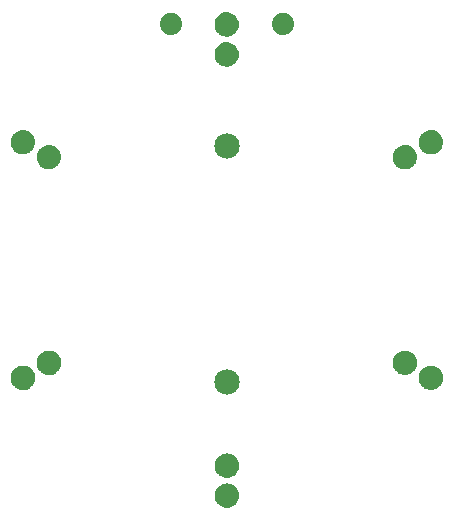
<source format=gbs>
G75*
%MOIN*%
%OFA0B0*%
%FSLAX25Y25*%
%IPPOS*%
%LPD*%
%AMOC8*
5,1,8,0,0,1.08239X$1,22.5*
%
%ADD10C,0.00500*%
%ADD11C,0.08477*%
%ADD12C,0.07400*%
D10*
X0017266Y0057340D02*
X0017950Y0057093D01*
X0018670Y0056984D01*
X0019396Y0057018D01*
X0020102Y0057192D01*
X0020761Y0057501D01*
X0021353Y0057916D01*
X0021854Y0058439D01*
X0022242Y0059049D01*
X0022505Y0059723D01*
X0022630Y0060436D01*
X0022614Y0061159D01*
X0022458Y0061865D01*
X0022166Y0062528D01*
X0021795Y0063075D01*
X0021334Y0063550D01*
X0020797Y0063937D01*
X0020202Y0064225D01*
X0019565Y0064406D01*
X0018907Y0064473D01*
X0018247Y0064425D01*
X0017606Y0064263D01*
X0017002Y0063992D01*
X0016465Y0063606D01*
X0016002Y0063133D01*
X0015629Y0062586D01*
X0015357Y0061984D01*
X0015193Y0061343D01*
X0015144Y0060683D01*
X0015209Y0060025D01*
X0015388Y0059388D01*
X0015675Y0058792D01*
X0016106Y0058206D01*
X0016644Y0057716D01*
X0017266Y0057340D01*
X0017128Y0057424D02*
X0020595Y0057424D01*
X0021359Y0057922D02*
X0016417Y0057922D01*
X0015948Y0058421D02*
X0021836Y0058421D01*
X0022160Y0058919D02*
X0015613Y0058919D01*
X0015379Y0059418D02*
X0022386Y0059418D01*
X0022539Y0059916D02*
X0015239Y0059916D01*
X0015170Y0060415D02*
X0022627Y0060415D01*
X0022620Y0060913D02*
X0015161Y0060913D01*
X0015211Y0061412D02*
X0022558Y0061412D01*
X0022438Y0061910D02*
X0015338Y0061910D01*
X0015549Y0062409D02*
X0022218Y0062409D01*
X0021908Y0062907D02*
X0015848Y0062907D01*
X0016269Y0063406D02*
X0021473Y0063406D01*
X0020842Y0063904D02*
X0016880Y0063904D01*
X0018160Y0064403D02*
X0019575Y0064403D01*
X0023869Y0065025D02*
X0023804Y0065683D01*
X0023854Y0066343D01*
X0024017Y0066984D01*
X0024290Y0067586D01*
X0024663Y0068133D01*
X0025125Y0068606D01*
X0025662Y0068992D01*
X0026266Y0069263D01*
X0026907Y0069425D01*
X0027567Y0069473D01*
X0028225Y0069406D01*
X0028862Y0069225D01*
X0029457Y0068937D01*
X0029994Y0068550D01*
X0030455Y0068075D01*
X0030826Y0067528D01*
X0031118Y0066865D01*
X0031275Y0066159D01*
X0031291Y0065436D01*
X0031165Y0064723D01*
X0030903Y0064049D01*
X0030514Y0063439D01*
X0030014Y0062916D01*
X0029421Y0062501D01*
X0028762Y0062192D01*
X0028056Y0062018D01*
X0027330Y0061984D01*
X0026611Y0062093D01*
X0025927Y0062340D01*
X0025304Y0062716D01*
X0024766Y0063206D01*
X0024335Y0063792D01*
X0024048Y0064388D01*
X0023869Y0065025D01*
X0023904Y0064901D02*
X0031196Y0064901D01*
X0031284Y0065400D02*
X0023832Y0065400D01*
X0023820Y0065899D02*
X0031280Y0065899D01*
X0031222Y0066397D02*
X0023867Y0066397D01*
X0023995Y0066896D02*
X0031105Y0066896D01*
X0030885Y0067394D02*
X0024203Y0067394D01*
X0024498Y0067893D02*
X0030579Y0067893D01*
X0030148Y0068391D02*
X0024915Y0068391D01*
X0025519Y0068890D02*
X0029523Y0068890D01*
X0028287Y0069388D02*
X0026762Y0069388D01*
X0024044Y0064403D02*
X0031040Y0064403D01*
X0030811Y0063904D02*
X0024281Y0063904D01*
X0024619Y0063406D02*
X0030482Y0063406D01*
X0030001Y0062907D02*
X0025094Y0062907D01*
X0025813Y0062409D02*
X0029224Y0062409D01*
X0083615Y0033382D02*
X0083327Y0032787D01*
X0083146Y0032150D01*
X0083079Y0031492D01*
X0083144Y0030834D01*
X0083323Y0030197D01*
X0083610Y0029601D01*
X0083996Y0029063D01*
X0084469Y0028601D01*
X0085015Y0028228D01*
X0085618Y0027956D01*
X0086259Y0027792D01*
X0086919Y0027743D01*
X0087642Y0027823D01*
X0088335Y0028044D01*
X0088972Y0028395D01*
X0089528Y0028864D01*
X0089982Y0029433D01*
X0090316Y0030078D01*
X0090518Y0030777D01*
X0090579Y0031502D01*
X0090516Y0032223D01*
X0090314Y0032917D01*
X0089980Y0033559D01*
X0089527Y0034123D01*
X0088973Y0034588D01*
X0088338Y0034936D01*
X0087648Y0035154D01*
X0086929Y0035232D01*
X0086269Y0035184D01*
X0085628Y0035022D01*
X0085024Y0034751D01*
X0084477Y0034380D01*
X0084002Y0033919D01*
X0083615Y0033382D01*
X0083696Y0033495D02*
X0090013Y0033495D01*
X0090273Y0032997D02*
X0083428Y0032997D01*
X0083245Y0032498D02*
X0090436Y0032498D01*
X0090536Y0032000D02*
X0083131Y0032000D01*
X0083080Y0031501D02*
X0090579Y0031501D01*
X0090537Y0031003D02*
X0083128Y0031003D01*
X0083237Y0030504D02*
X0090439Y0030504D01*
X0090278Y0030006D02*
X0083415Y0030006D01*
X0083677Y0029507D02*
X0090020Y0029507D01*
X0089643Y0029009D02*
X0084052Y0029009D01*
X0084602Y0028510D02*
X0089108Y0028510D01*
X0088234Y0028012D02*
X0085495Y0028012D01*
X0086269Y0025184D02*
X0086929Y0025232D01*
X0087648Y0025154D01*
X0088338Y0024936D01*
X0088973Y0024588D01*
X0089527Y0024123D01*
X0089980Y0023559D01*
X0090314Y0022917D01*
X0090516Y0022223D01*
X0090579Y0021502D01*
X0090518Y0020777D01*
X0090316Y0020078D01*
X0089982Y0019433D01*
X0089528Y0018864D01*
X0088972Y0018395D01*
X0088335Y0018044D01*
X0087642Y0017823D01*
X0086919Y0017743D01*
X0086259Y0017792D01*
X0085618Y0017956D01*
X0085015Y0018228D01*
X0084469Y0018601D01*
X0083996Y0019063D01*
X0083610Y0019601D01*
X0083323Y0020197D01*
X0083144Y0020834D01*
X0083079Y0021492D01*
X0083146Y0022150D01*
X0083327Y0022787D01*
X0083615Y0023382D01*
X0084002Y0023919D01*
X0084477Y0024380D01*
X0085024Y0024751D01*
X0085628Y0025022D01*
X0086269Y0025184D01*
X0085624Y0025021D02*
X0088071Y0025021D01*
X0089052Y0024522D02*
X0084686Y0024522D01*
X0084110Y0024024D02*
X0089607Y0024024D01*
X0089998Y0023525D02*
X0083718Y0023525D01*
X0083443Y0023027D02*
X0090257Y0023027D01*
X0090427Y0022528D02*
X0083253Y0022528D01*
X0083134Y0022030D02*
X0090533Y0022030D01*
X0090577Y0021531D02*
X0083083Y0021531D01*
X0083125Y0021032D02*
X0090539Y0021032D01*
X0090447Y0020534D02*
X0083228Y0020534D01*
X0083401Y0020035D02*
X0090294Y0020035D01*
X0090036Y0019537D02*
X0083656Y0019537D01*
X0084021Y0019038D02*
X0089667Y0019038D01*
X0089143Y0018540D02*
X0084559Y0018540D01*
X0085429Y0018041D02*
X0088327Y0018041D01*
X0089631Y0033994D02*
X0084079Y0033994D01*
X0084643Y0034492D02*
X0089087Y0034492D01*
X0088165Y0034991D02*
X0085558Y0034991D01*
X0142916Y0063925D02*
X0142645Y0064529D01*
X0142484Y0065170D01*
X0142435Y0065830D01*
X0142503Y0066488D01*
X0142683Y0067125D01*
X0142971Y0067720D01*
X0143399Y0068304D01*
X0143932Y0068793D01*
X0144551Y0069168D01*
X0145231Y0069416D01*
X0145946Y0069526D01*
X0146669Y0069494D01*
X0147371Y0069322D01*
X0148027Y0069016D01*
X0148624Y0068601D01*
X0149128Y0068076D01*
X0149520Y0067464D01*
X0149786Y0066787D01*
X0149914Y0066071D01*
X0149900Y0065344D01*
X0149744Y0064633D01*
X0149453Y0063967D01*
X0149080Y0063420D01*
X0148618Y0062947D01*
X0148080Y0062561D01*
X0147484Y0062274D01*
X0146847Y0062095D01*
X0146189Y0062030D01*
X0145529Y0062080D01*
X0144888Y0062243D01*
X0144285Y0062516D01*
X0143749Y0062903D01*
X0143288Y0063378D01*
X0142916Y0063925D01*
X0142930Y0063904D02*
X0149410Y0063904D01*
X0149643Y0064403D02*
X0142702Y0064403D01*
X0142551Y0064901D02*
X0149803Y0064901D01*
X0149901Y0065400D02*
X0142467Y0065400D01*
X0142442Y0065899D02*
X0149910Y0065899D01*
X0149855Y0066397D02*
X0142493Y0066397D01*
X0142618Y0066896D02*
X0149743Y0066896D01*
X0149548Y0067394D02*
X0142813Y0067394D01*
X0143098Y0067893D02*
X0149246Y0067893D01*
X0148825Y0068391D02*
X0143494Y0068391D01*
X0144092Y0068890D02*
X0148209Y0068890D01*
X0147102Y0069388D02*
X0145155Y0069388D01*
X0143269Y0063406D02*
X0149066Y0063406D01*
X0148563Y0062907D02*
X0143745Y0062907D01*
X0144522Y0062409D02*
X0147764Y0062409D01*
X0151163Y0061488D02*
X0151343Y0062125D01*
X0151632Y0062720D01*
X0152059Y0063304D01*
X0152593Y0063793D01*
X0153211Y0064168D01*
X0153891Y0064416D01*
X0154606Y0064526D01*
X0155329Y0064494D01*
X0156032Y0064322D01*
X0156687Y0064016D01*
X0157284Y0063601D01*
X0157788Y0063076D01*
X0158181Y0062464D01*
X0158446Y0061787D01*
X0158574Y0061071D01*
X0158560Y0060344D01*
X0158404Y0059633D01*
X0158113Y0058967D01*
X0157740Y0058420D01*
X0157278Y0057947D01*
X0156741Y0057561D01*
X0156144Y0057274D01*
X0155507Y0057095D01*
X0154849Y0057030D01*
X0154189Y0057080D01*
X0153548Y0057243D01*
X0152946Y0057516D01*
X0152409Y0057903D01*
X0151948Y0058378D01*
X0151577Y0058925D01*
X0151306Y0059529D01*
X0151144Y0060170D01*
X0151096Y0060830D01*
X0151163Y0061488D01*
X0151155Y0061412D02*
X0158513Y0061412D01*
X0158571Y0060913D02*
X0151104Y0060913D01*
X0151126Y0060415D02*
X0158561Y0060415D01*
X0158466Y0059916D02*
X0151208Y0059916D01*
X0151356Y0059418D02*
X0158310Y0059418D01*
X0158081Y0058919D02*
X0151581Y0058919D01*
X0151919Y0058421D02*
X0157740Y0058421D01*
X0157244Y0057922D02*
X0152391Y0057922D01*
X0153149Y0057424D02*
X0156455Y0057424D01*
X0158397Y0061910D02*
X0151283Y0061910D01*
X0151481Y0062409D02*
X0158202Y0062409D01*
X0157897Y0062907D02*
X0151769Y0062907D01*
X0152171Y0063406D02*
X0157471Y0063406D01*
X0156848Y0063904D02*
X0152777Y0063904D01*
X0153856Y0064403D02*
X0155701Y0064403D01*
X0146791Y0130607D02*
X0146131Y0130559D01*
X0145473Y0130626D01*
X0144836Y0130806D01*
X0144240Y0131095D01*
X0143704Y0131482D01*
X0143243Y0131956D01*
X0142871Y0132504D01*
X0142580Y0133166D01*
X0142423Y0133872D01*
X0142407Y0134596D01*
X0142533Y0135308D01*
X0142795Y0135982D01*
X0143184Y0136593D01*
X0143684Y0137115D01*
X0144277Y0137530D01*
X0144935Y0137839D01*
X0145641Y0138014D01*
X0146368Y0138047D01*
X0147087Y0137938D01*
X0147771Y0137691D01*
X0148394Y0137315D01*
X0148931Y0136825D01*
X0149363Y0136240D01*
X0149650Y0135644D01*
X0149829Y0135007D01*
X0149894Y0134349D01*
X0149844Y0133689D01*
X0149681Y0133048D01*
X0149408Y0132445D01*
X0149035Y0131899D01*
X0148573Y0131425D01*
X0148036Y0131039D01*
X0147432Y0130769D01*
X0146791Y0130607D01*
X0147180Y0130705D02*
X0145193Y0130705D01*
X0144090Y0131203D02*
X0148264Y0131203D01*
X0148843Y0131702D02*
X0143490Y0131702D01*
X0143077Y0132201D02*
X0149241Y0132201D01*
X0149523Y0132699D02*
X0142786Y0132699D01*
X0142573Y0133198D02*
X0149719Y0133198D01*
X0149845Y0133696D02*
X0142462Y0133696D01*
X0142416Y0134195D02*
X0149883Y0134195D01*
X0149860Y0134693D02*
X0142425Y0134693D01*
X0142512Y0135192D02*
X0149777Y0135192D01*
X0149627Y0135690D02*
X0142682Y0135690D01*
X0142927Y0136189D02*
X0149388Y0136189D01*
X0149033Y0136687D02*
X0143274Y0136687D01*
X0143785Y0137186D02*
X0148536Y0137186D01*
X0147783Y0137684D02*
X0144605Y0137684D01*
X0151084Y0138872D02*
X0151068Y0139596D01*
X0151193Y0140308D01*
X0151455Y0140982D01*
X0151844Y0141593D01*
X0152345Y0142115D01*
X0152937Y0142530D01*
X0153596Y0142839D01*
X0154302Y0143014D01*
X0155028Y0143047D01*
X0155747Y0142938D01*
X0156431Y0142691D01*
X0157054Y0142315D01*
X0157592Y0141825D01*
X0158023Y0141240D01*
X0158310Y0140644D01*
X0158489Y0140007D01*
X0158554Y0139349D01*
X0158505Y0138689D01*
X0158341Y0138048D01*
X0158069Y0137445D01*
X0157696Y0136899D01*
X0157233Y0136425D01*
X0156696Y0136039D01*
X0156092Y0135769D01*
X0155451Y0135607D01*
X0154791Y0135559D01*
X0154133Y0135626D01*
X0153496Y0135806D01*
X0152901Y0136095D01*
X0152364Y0136482D01*
X0151903Y0136956D01*
X0151532Y0137504D01*
X0151240Y0138166D01*
X0151084Y0138872D01*
X0151126Y0138681D02*
X0158503Y0138681D01*
X0158542Y0139180D02*
X0151077Y0139180D01*
X0151082Y0139678D02*
X0158522Y0139678D01*
X0158441Y0140177D02*
X0151170Y0140177D01*
X0151336Y0140675D02*
X0158295Y0140675D01*
X0158055Y0141174D02*
X0151577Y0141174D01*
X0151920Y0141672D02*
X0157705Y0141672D01*
X0157213Y0142171D02*
X0152424Y0142171D01*
X0153234Y0142669D02*
X0156468Y0142669D01*
X0158375Y0138183D02*
X0151237Y0138183D01*
X0151452Y0137684D02*
X0158177Y0137684D01*
X0157892Y0137186D02*
X0151748Y0137186D01*
X0152165Y0136687D02*
X0157489Y0136687D01*
X0156904Y0136189D02*
X0152770Y0136189D01*
X0153906Y0135690D02*
X0155781Y0135690D01*
X0090332Y0167245D02*
X0090044Y0166649D01*
X0089656Y0166113D01*
X0089182Y0165652D01*
X0088634Y0165280D01*
X0088031Y0165009D01*
X0087389Y0164847D01*
X0086729Y0164799D01*
X0086010Y0164878D01*
X0085320Y0165095D01*
X0084686Y0165443D01*
X0084131Y0165908D01*
X0083679Y0166472D01*
X0083345Y0167114D01*
X0083142Y0167809D01*
X0083079Y0168530D01*
X0083141Y0169254D01*
X0083343Y0169953D01*
X0083677Y0170599D01*
X0084131Y0171167D01*
X0084687Y0171636D01*
X0085324Y0171988D01*
X0086017Y0172208D01*
X0086740Y0172289D01*
X0087399Y0172239D01*
X0088040Y0172076D01*
X0088643Y0171803D01*
X0089190Y0171430D01*
X0089663Y0170968D01*
X0090049Y0170431D01*
X0090335Y0169835D01*
X0090514Y0169198D01*
X0090580Y0168539D01*
X0090512Y0167881D01*
X0090332Y0167245D01*
X0090260Y0167096D02*
X0083354Y0167096D01*
X0083205Y0167595D02*
X0090431Y0167595D01*
X0090534Y0168093D02*
X0083117Y0168093D01*
X0083085Y0168592D02*
X0090574Y0168592D01*
X0090525Y0169090D02*
X0083127Y0169090D01*
X0083238Y0169589D02*
X0090404Y0169589D01*
X0090214Y0170087D02*
X0083412Y0170087D01*
X0083670Y0170586D02*
X0089937Y0170586D01*
X0089544Y0171084D02*
X0084065Y0171084D01*
X0084624Y0171583D02*
X0088966Y0171583D01*
X0088018Y0172081D02*
X0085619Y0172081D01*
X0086010Y0174878D02*
X0085320Y0175095D01*
X0084686Y0175443D01*
X0084131Y0175908D01*
X0083679Y0176472D01*
X0083345Y0177114D01*
X0083142Y0177809D01*
X0083079Y0178530D01*
X0083141Y0179254D01*
X0083343Y0179953D01*
X0083677Y0180599D01*
X0084131Y0181167D01*
X0084687Y0181636D01*
X0085324Y0181988D01*
X0086017Y0182208D01*
X0086740Y0182289D01*
X0087399Y0182239D01*
X0088040Y0182076D01*
X0088643Y0181803D01*
X0089190Y0181430D01*
X0089663Y0180968D01*
X0090049Y0180431D01*
X0090335Y0179835D01*
X0090514Y0179198D01*
X0090580Y0178539D01*
X0090512Y0177881D01*
X0090332Y0177245D01*
X0090044Y0176649D01*
X0089656Y0176113D01*
X0089182Y0175652D01*
X0088634Y0175280D01*
X0088031Y0175009D01*
X0087389Y0174847D01*
X0086729Y0174799D01*
X0086010Y0174878D01*
X0085392Y0175072D02*
X0088172Y0175072D01*
X0089063Y0175571D02*
X0084533Y0175571D01*
X0084002Y0176070D02*
X0089612Y0176070D01*
X0089985Y0176568D02*
X0083629Y0176568D01*
X0083369Y0177067D02*
X0090246Y0177067D01*
X0090423Y0177565D02*
X0083213Y0177565D01*
X0083120Y0178064D02*
X0090531Y0178064D01*
X0090577Y0178562D02*
X0083082Y0178562D01*
X0083124Y0179061D02*
X0090528Y0179061D01*
X0090413Y0179559D02*
X0083229Y0179559D01*
X0083397Y0180058D02*
X0090228Y0180058D01*
X0089959Y0180556D02*
X0083655Y0180556D01*
X0084041Y0181055D02*
X0089574Y0181055D01*
X0089010Y0181553D02*
X0084588Y0181553D01*
X0085525Y0182052D02*
X0088093Y0182052D01*
X0090007Y0166598D02*
X0083613Y0166598D01*
X0083978Y0166099D02*
X0089642Y0166099D01*
X0089107Y0165601D02*
X0084498Y0165601D01*
X0085307Y0165102D02*
X0088238Y0165102D01*
X0030742Y0136165D02*
X0031013Y0135562D01*
X0031175Y0134920D01*
X0031223Y0134260D01*
X0031156Y0133602D01*
X0030975Y0132966D01*
X0030687Y0132370D01*
X0030259Y0131787D01*
X0029726Y0131298D01*
X0029108Y0130922D01*
X0028428Y0130675D01*
X0027713Y0130565D01*
X0026990Y0130596D01*
X0026287Y0130768D01*
X0025631Y0131074D01*
X0025035Y0131490D01*
X0024530Y0132014D01*
X0024138Y0132627D01*
X0023873Y0133304D01*
X0023745Y0134020D01*
X0023759Y0134747D01*
X0023915Y0135457D01*
X0024206Y0136124D01*
X0024579Y0136670D01*
X0025041Y0137144D01*
X0025578Y0137530D01*
X0026174Y0137816D01*
X0026811Y0137995D01*
X0027470Y0138061D01*
X0028129Y0138011D01*
X0028770Y0137847D01*
X0029373Y0137575D01*
X0029910Y0137187D01*
X0030371Y0136713D01*
X0030742Y0136165D01*
X0030726Y0136189D02*
X0024250Y0136189D01*
X0024016Y0135690D02*
X0030955Y0135690D01*
X0031106Y0135192D02*
X0023856Y0135192D01*
X0023758Y0134693D02*
X0031192Y0134693D01*
X0031216Y0134195D02*
X0023748Y0134195D01*
X0023803Y0133696D02*
X0031165Y0133696D01*
X0031041Y0133198D02*
X0023914Y0133198D01*
X0024110Y0132699D02*
X0030846Y0132699D01*
X0030563Y0132201D02*
X0024411Y0132201D01*
X0024831Y0131702D02*
X0030167Y0131702D01*
X0029571Y0131203D02*
X0025446Y0131203D01*
X0026546Y0130705D02*
X0028511Y0130705D01*
X0030388Y0136687D02*
X0024595Y0136687D01*
X0025099Y0137186D02*
X0029911Y0137186D01*
X0029131Y0137684D02*
X0025900Y0137684D01*
X0022496Y0138602D02*
X0022315Y0137966D01*
X0022027Y0137370D01*
X0021599Y0136787D01*
X0021066Y0136298D01*
X0020447Y0135922D01*
X0019767Y0135675D01*
X0019052Y0135565D01*
X0018330Y0135596D01*
X0017627Y0135768D01*
X0016971Y0136074D01*
X0016374Y0136490D01*
X0015870Y0137014D01*
X0015478Y0137627D01*
X0015213Y0138304D01*
X0015085Y0139020D01*
X0015099Y0139747D01*
X0015254Y0140457D01*
X0015546Y0141124D01*
X0015918Y0141670D01*
X0016381Y0142144D01*
X0016918Y0142530D01*
X0017514Y0142816D01*
X0018151Y0142995D01*
X0018809Y0143061D01*
X0019469Y0143011D01*
X0020110Y0142847D01*
X0020713Y0142575D01*
X0021249Y0142187D01*
X0021710Y0141713D01*
X0022082Y0141165D01*
X0022353Y0140562D01*
X0022515Y0139920D01*
X0022563Y0139260D01*
X0022496Y0138602D01*
X0022504Y0138681D02*
X0015145Y0138681D01*
X0015088Y0139180D02*
X0022555Y0139180D01*
X0022532Y0139678D02*
X0015097Y0139678D01*
X0015193Y0140177D02*
X0022450Y0140177D01*
X0022302Y0140675D02*
X0015350Y0140675D01*
X0015580Y0141174D02*
X0022076Y0141174D01*
X0021738Y0141672D02*
X0015920Y0141672D01*
X0016418Y0142171D02*
X0021265Y0142171D01*
X0020504Y0142669D02*
X0017208Y0142669D01*
X0015260Y0138183D02*
X0022377Y0138183D01*
X0022179Y0137684D02*
X0015455Y0137684D01*
X0015760Y0137186D02*
X0021892Y0137186D01*
X0021491Y0136687D02*
X0016185Y0136687D01*
X0016807Y0136189D02*
X0020886Y0136189D01*
X0019809Y0135690D02*
X0017947Y0135690D01*
D11*
X0086829Y0138008D03*
X0086829Y0059268D03*
D12*
X0068128Y0178756D03*
X0105530Y0178756D03*
M02*

</source>
